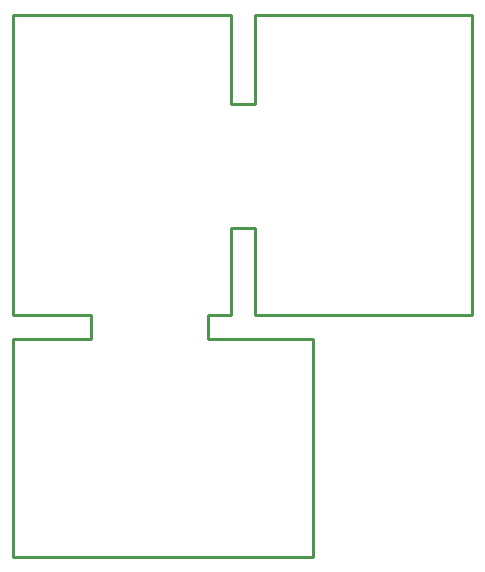
<source format=gko>
%FSLAX24Y24*%
%MOIN*%
G70*
G01*
G75*
G04 Layer_Color=16711935*
%ADD10R,0.0748X0.0591*%
%ADD11R,0.0551X0.0591*%
%ADD12R,0.1000X0.0260*%
%ADD13C,0.0120*%
%ADD14C,0.0250*%
%ADD15C,0.0200*%
%ADD16R,0.0591X0.0748*%
%ADD17R,0.0591X0.0551*%
%ADD18R,0.0260X0.1000*%
%ADD19R,0.0591X0.0591*%
%ADD20C,0.0394*%
%ADD21R,0.0394X0.0394*%
%ADD22C,0.0591*%
%ADD23R,0.0591X0.0591*%
%ADD24C,0.0500*%
%ADD25R,0.0394X0.0394*%
%ADD26R,0.0315X0.0512*%
%ADD27R,0.0320X0.0500*%
%ADD28R,0.0591X0.0630*%
%ADD29R,0.0630X0.0591*%
%ADD30R,0.0512X0.0315*%
%ADD31R,0.0500X0.0320*%
%ADD32R,0.0630X0.0591*%
%ADD33C,0.0079*%
%ADD34C,0.0050*%
%ADD35R,0.0828X0.0671*%
%ADD36R,0.0631X0.0671*%
%ADD37R,0.1080X0.0340*%
%ADD38R,0.0671X0.0828*%
%ADD39R,0.0671X0.0631*%
%ADD40R,0.0340X0.1080*%
%ADD41R,0.0671X0.0671*%
%ADD42C,0.0474*%
%ADD43R,0.0474X0.0474*%
%ADD44C,0.0671*%
%ADD45R,0.0671X0.0671*%
%ADD46C,0.0580*%
%ADD47R,0.0474X0.0474*%
%ADD48R,0.0472X0.0669*%
%ADD49R,0.0400X0.0580*%
%ADD50R,0.0671X0.0710*%
%ADD51R,0.0710X0.0671*%
%ADD52R,0.0669X0.0472*%
%ADD53R,0.0580X0.0400*%
%ADD54R,0.0710X0.0671*%
%ADD55C,0.0100*%
D55*
X38450Y32100D02*
X45700D01*
Y42100D01*
X30400Y32100D02*
Y42100D01*
Y32100D02*
X33000D01*
Y31300D02*
Y32100D01*
X30400Y31300D02*
X33000D01*
X30400Y24050D02*
Y31300D01*
Y24050D02*
X40400D01*
Y31300D01*
X36900D02*
X40400D01*
X36900D02*
Y32100D01*
X37650D01*
Y35000D01*
X38450D01*
Y32100D02*
Y35000D01*
Y42100D02*
X45700D01*
X38450Y39150D02*
Y42100D01*
X37650Y39150D02*
X38450D01*
X37650D02*
Y42100D01*
X30400D02*
X37650D01*
M02*

</source>
